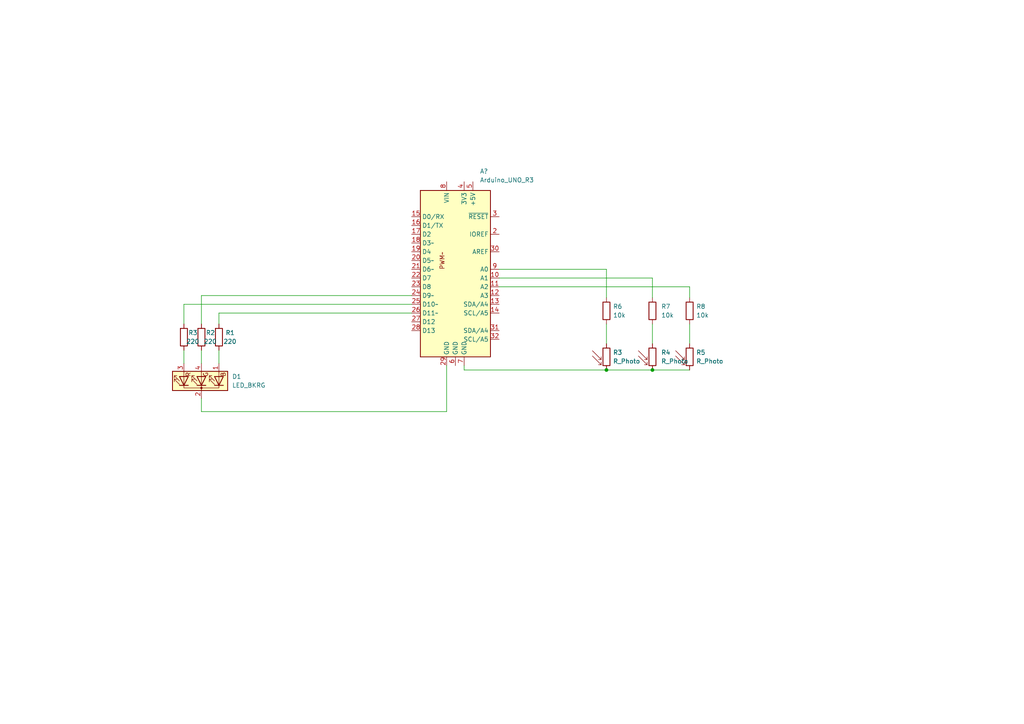
<source format=kicad_sch>
(kicad_sch (version 20211123) (generator eeschema)
  (paper "A4")
  (lib_symbols
    (symbol "Arduino:Arduino_UNO_R3"
      (property "Reference" "A" (at -10.16 23.495 0))
      (property "Value" "Arduino_UNO_R3" (at 5.08 -26.67 0))
      (symbol "Arduino_UNO_R3_0_0"
        (text "PWM~" (at -3.81 2.54 900) (effects (font (size 1.27 1.27))))
      )
      (symbol "Arduino_UNO_R3_0_1"
        (rectangle (start -10.16 22.86) (end 10.16 -25.4) (stroke (width 0.254)) (fill (type background)))
      )
      (symbol "Arduino_UNO_R3_1_1"
        (pin no_connect line (at -10.16 -20.32 0) (length 2.54) hide (name "NC") (number "1"))
        (pin bidirectional line (at 12.7 -2.54 180) (length 2.54) (name "A1") (number "10"))
        (pin bidirectional line (at 12.7 -5.08 180) (length 2.54) (name "A2") (number "11"))
        (pin bidirectional line (at 12.7 -7.62 180) (length 2.54) (name "A3") (number "12"))
        (pin bidirectional line (at 12.7 -10.16 180) (length 2.54) (name "SDA/A4") (number "13"))
        (pin bidirectional line (at 12.7 -12.7 180) (length 2.54) (name "SCL/A5") (number "14"))
        (pin bidirectional line (at -12.7 15.24 0) (length 2.54) (name "D0/RX") (number "15"))
        (pin bidirectional line (at -12.7 12.7 0) (length 2.54) (name "D1/TX") (number "16"))
        (pin bidirectional line (at -12.7 10.16 0) (length 2.54) (name "D2") (number "17"))
        (pin bidirectional line (at -12.7 7.62 0) (length 2.54) (name "D3~") (number "18"))
        (pin bidirectional line (at -12.7 5.08 0) (length 2.54) (name "D4") (number "19"))
        (pin output line (at 12.7 10.16 180) (length 2.54) (name "IOREF") (number "2"))
        (pin bidirectional line (at -12.7 2.54 0) (length 2.54) (name "D5~") (number "20"))
        (pin bidirectional line (at -12.7 0 0) (length 2.54) (name "D6~") (number "21"))
        (pin bidirectional line (at -12.7 -2.54 0) (length 2.54) (name "D7") (number "22"))
        (pin bidirectional line (at -12.7 -5.08 0) (length 2.54) (name "D8") (number "23"))
        (pin bidirectional line (at -12.7 -7.62 0) (length 2.54) (name "D9~") (number "24"))
        (pin bidirectional line (at -12.7 -10.16 0) (length 2.54) (name "D10~") (number "25"))
        (pin bidirectional line (at -12.7 -12.7 0) (length 2.54) (name "D11~") (number "26"))
        (pin bidirectional line (at -12.7 -15.24 0) (length 2.54) (name "D12") (number "27"))
        (pin bidirectional line (at -12.7 -17.78 0) (length 2.54) (name "D13") (number "28"))
        (pin power_in line (at -2.54 -27.94 90) (length 2.54) (name "GND") (number "29"))
        (pin input line (at 12.7 15.24 180) (length 2.54) (name "~{RESET}") (number "3"))
        (pin input line (at 12.7 5.08 180) (length 2.54) (name "AREF") (number "30"))
        (pin bidirectional line (at 12.7 -17.78 180) (length 2.54) (name "SDA/A4") (number "31"))
        (pin bidirectional line (at 12.7 -20.32 180) (length 2.54) (name "SCL/A5") (number "32"))
        (pin power_out line (at 2.54 25.4 270) (length 2.54) (name "3V3") (number "4"))
        (pin power_out line (at 5.08 25.4 270) (length 2.54) (name "+5V") (number "5"))
        (pin power_in line (at 0 -27.94 90) (length 2.54) (name "GND") (number "6"))
        (pin power_in line (at 2.54 -27.94 90) (length 2.54) (name "GND") (number "7"))
        (pin power_in line (at -2.54 25.4 270) (length 2.54) (name "VIN") (number "8"))
        (pin bidirectional line (at 12.7 0 180) (length 2.54) (name "A0") (number "9"))
      )
    )
    (symbol "Device:LED_BKRG" (pin_names (offset 0) hide)
      (property "Reference" "D" (at 0 9.398 0))
      (property "Value" "LED_BKRG" (at 0 -8.89 0))
      (symbol "LED_BKRG_0_0"
        (text "B" (at 1.905 -6.35 0) (effects (font (size 1.27 1.27))))
        (text "G" (at 1.905 -1.27 0) (effects (font (size 1.27 1.27))))
        (text "R" (at 1.905 3.81 0) (effects (font (size 1.27 1.27))))
      )
      (symbol "LED_BKRG_0_1"
        (circle (center -2.032 0) (radius 0.254) (fill (type outline)))
        (polyline (pts (xy -1.27 -5.08) (xy 1.27 -5.08)))
        (polyline (pts (xy -1.27 -3.81) (xy -1.27 -6.35)) (stroke (width 0.254)))
        (polyline (pts (xy -1.27 0) (xy -2.54 0)))
        (polyline (pts (xy -1.27 1.27) (xy -1.27 -1.27)) (stroke (width 0.254)))
        (polyline (pts (xy -1.27 5.08) (xy 1.27 5.08)))
        (polyline (pts (xy -1.27 6.35) (xy -1.27 3.81)) (stroke (width 0.254)))
        (polyline (pts (xy 1.27 -5.08) (xy 2.54 -5.08)))
        (polyline (pts (xy 1.27 0) (xy -1.27 0)))
        (polyline (pts (xy 1.27 0) (xy 2.54 0)))
        (polyline (pts (xy 1.27 5.08) (xy 2.54 5.08)))
        (polyline (pts (xy -1.27 1.27) (xy -1.27 -1.27) (xy -1.27 -1.27)))
        (polyline (pts (xy -1.27 6.35) (xy -1.27 3.81) (xy -1.27 3.81)))
        (polyline (pts (xy -1.27 5.08) (xy -2.032 5.08) (xy -2.032 -5.08) (xy -1.016 -5.08)))
        (polyline (pts (xy 1.27 -3.81) (xy 1.27 -6.35) (xy -1.27 -5.08) (xy 1.27 -3.81)) (stroke (width 0.254)))
        (polyline (pts (xy 1.27 1.27) (xy 1.27 -1.27) (xy -1.27 0) (xy 1.27 1.27)) (stroke (width 0.254)))
        (polyline (pts (xy 1.27 6.35) (xy 1.27 3.81) (xy -1.27 5.08) (xy 1.27 6.35)) (stroke (width 0.254)))
        (polyline (pts (xy -1.016 -3.81) (xy 0.508 -2.286) (xy -0.254 -2.286) (xy 0.508 -2.286) (xy 0.508 -3.048)))
        (polyline (pts (xy -1.016 1.27) (xy 0.508 2.794) (xy -0.254 2.794) (xy 0.508 2.794) (xy 0.508 2.032)))
        (polyline (pts (xy -1.016 6.35) (xy 0.508 7.874) (xy -0.254 7.874) (xy 0.508 7.874) (xy 0.508 7.112)))
        (polyline (pts (xy 0 -3.81) (xy 1.524 -2.286) (xy 0.762 -2.286) (xy 1.524 -2.286) (xy 1.524 -3.048)))
        (polyline (pts (xy 0 1.27) (xy 1.524 2.794) (xy 0.762 2.794) (xy 1.524 2.794) (xy 1.524 2.032)))
        (polyline (pts (xy 0 6.35) (xy 1.524 7.874) (xy 0.762 7.874) (xy 1.524 7.874) (xy 1.524 7.112)))
        (rectangle (start 1.27 -1.27) (end 1.27 1.27))
        (rectangle (start 1.27 1.27) (end 1.27 1.27))
        (rectangle (start 1.27 3.81) (end 1.27 6.35))
        (rectangle (start 1.27 6.35) (end 1.27 6.35))
        (rectangle (start 2.794 8.382) (end -2.794 -7.62) (stroke (width 0.254)) (fill (type background)))
      )
      (symbol "LED_BKRG_1_1"
        (pin passive line (at 5.08 -5.08 180) (length 2.54) (name "BA") (number "1"))
        (pin passive line (at -5.08 0 0) (length 2.54) (name "K") (number "2"))
        (pin passive line (at 5.08 5.08 180) (length 2.54) (name "RA") (number "3"))
        (pin passive line (at 5.08 0 180) (length 2.54) (name "GA") (number "4"))
      )
    )
    (symbol "Device:R" (pin_numbers hide) (pin_names (offset 0))
      (property "Reference" "R" (at 2.032 0 90))
      (property "Value" "R" (at 0 0 90))
      (symbol "R_0_1"
        (rectangle (start -1.016 -2.54) (end 1.016 2.54) (stroke (width 0.254)))
      )
      (symbol "R_1_1"
        (pin passive line (at 0 3.81 270) (length 1.27) (name "~") (number "1"))
        (pin passive line (at 0 -3.81 90) (length 1.27) (name "~") (number "2"))
      )
    )
    (symbol "Device:R_Photo" (pin_numbers hide) (pin_names (offset 0))
      (property "Reference" "R" (at 1.27 1.27 0))
      (property "Value" "R_Photo" (at 1.27 0 0))
      (symbol "R_Photo_0_1"
        (rectangle (start -1.016 2.54) (end 1.016 -2.54) (stroke (width 0.254)))
        (polyline (pts (xy -1.524 -2.286) (xy -4.064 0.254)))
        (polyline (pts (xy -1.524 -2.286) (xy -2.286 -2.286)))
        (polyline (pts (xy -1.524 -2.286) (xy -1.524 -1.524)))
        (polyline (pts (xy -1.524 -0.762) (xy -4.064 1.778)))
        (polyline (pts (xy -1.524 -0.762) (xy -2.286 -0.762)))
        (polyline (pts (xy -1.524 -0.762) (xy -1.524 0)))
      )
      (symbol "R_Photo_1_1"
        (pin passive line (at 0 3.81 270) (length 1.27) (name "~") (number "1"))
        (pin passive line (at 0 -3.81 90) (length 1.27) (name "~") (number "2"))
      )
    )
  )
  (junction (at 175.895 107.315))
  (junction (at 189.23 107.315))
  (wire (pts (xy 175.895 107.315) (xy 134.62 107.315)))
  (wire (pts (xy 58.42 115.57) (xy 58.42 119.38)))
  (wire (pts (xy 129.54 119.38) (xy 129.54 106.045)))
  (wire (pts (xy 119.38 88.265) (xy 53.34 88.265)))
  (wire (pts (xy 175.895 78.105) (xy 175.895 86.36)))
  (wire (pts (xy 63.5 101.6) (xy 63.5 105.41)))
  (wire (pts (xy 144.78 83.185) (xy 200.025 83.185)))
  (wire (pts (xy 175.895 93.98) (xy 175.895 99.695)))
  (wire (pts (xy 58.42 119.38) (xy 129.54 119.38)))
  (wire (pts (xy 200.025 83.185) (xy 200.025 86.36)))
  (wire (pts (xy 53.34 101.6) (xy 53.34 105.41)))
  (wire (pts (xy 58.42 85.725) (xy 58.42 93.98)))
  (wire (pts (xy 200.025 93.98) (xy 200.025 99.695)))
  (wire (pts (xy 58.42 101.6) (xy 58.42 105.41)))
  (wire (pts (xy 119.38 85.725) (xy 58.42 85.725)))
  (wire (pts (xy 189.23 93.98) (xy 189.23 99.695)))
  (wire (pts (xy 119.38 90.805) (xy 63.5 90.805)))
  (wire (pts (xy 134.62 107.315) (xy 134.62 106.045)))
  (wire (pts (xy 189.23 80.645) (xy 189.23 86.36)))
  (wire (pts (xy 189.23 107.315) (xy 175.895 107.315)))
  (wire (pts (xy 63.5 90.805) (xy 63.5 93.98)))
  (wire (pts (xy 53.34 88.265) (xy 53.34 93.98)))
  (wire (pts (xy 200.025 107.315) (xy 189.23 107.315)))
  (wire (pts (xy 144.78 80.645) (xy 189.23 80.645)))
  (wire (pts (xy 144.78 78.105) (xy 175.895 78.105)))
  (symbol (lib_id "Device:R") (at 175.895 90.17 0) (unit 1)
    (property "Reference" "R6" (at 177.8 88.8999 0) (effects (justify left)))
    (property "Value" "10k" (at 177.8 91.4399 0) (effects (justify left)))
  )
  (symbol (lib_id "Device:R") (at 63.5 97.79 0) (unit 1)
    (property "Reference" "R1" (at 65.405 96.52 0) (effects (justify left)))
    (property "Value" "220" (at 64.77 99.06 0) (effects (justify left)))
  )
  (symbol (lib_id "Device:R_Photo") (at 200.025 103.505 0) (unit 1)
    (property "Reference" "R5" (at 201.93 102.2349 0) (effects (justify left)))
    (property "Value" "R_Photo" (at 201.93 104.7749 0) (effects (justify left)))
  )
  (symbol (lib_id "Device:R") (at 53.34 97.79 0) (unit 1)
    (property "Reference" "R3" (at 54.61 96.52 0) (effects (justify left)))
    (property "Value" "220" (at 53.975 99.06 0) (effects (justify left)))
  )
  (symbol (lib_id "Device:R") (at 189.23 90.17 0) (unit 1)
    (property "Reference" "R7" (at 191.77 88.8999 0) (effects (justify left)))
    (property "Value" "10k" (at 191.77 91.4399 0) (effects (justify left)))
  )
  (symbol (lib_id "Device:R") (at 200.025 90.17 0) (unit 1)
    (property "Reference" "R8" (at 201.93 88.8999 0) (effects (justify left)))
    (property "Value" "10k" (at 201.93 91.4399 0) (effects (justify left)))
  )
  (symbol (lib_id "Device:R_Photo") (at 189.23 103.505 0) (unit 1)
    (property "Reference" "R4" (at 191.77 102.2349 0) (effects (justify left)))
    (property "Value" "R_Photo" (at 191.77 104.7749 0) (effects (justify left)))
  )
  (symbol (lib_id "Device:LED_BKRG") (at 58.42 110.49 90) (unit 1)
    (property "Reference" "D1" (at 67.31 109.2199 90) (effects (justify right)))
    (property "Value" "LED_BKRG" (at 67.31 111.7599 90) (effects (justify right)))
  )
  (symbol (lib_id "Device:R") (at 58.42 97.79 0) (unit 1)
    (property "Reference" "R2" (at 59.69 96.52 0) (effects (justify left)))
    (property "Value" "220" (at 59.055 99.06 0) (effects (justify left)))
  )
  (symbol (lib_id "Device:R_Photo") (at 175.895 103.505 0) (unit 1)
    (property "Reference" "R3" (at 177.8 102.2349 0) (effects (justify left)))
    (property "Value" "R_Photo" (at 177.8 104.7749 0) (effects (justify left)))
  )
  (symbol (lib_id "Arduino:Arduino_UNO_R3") (at 132.08 78.105 0) (unit 1)
    (property "Reference" "A?" (at 139.1794 49.6824 0) (effects (justify left)))
    (property "Value" "Arduino_UNO_R3" (at 139.1794 52.2224 0) (effects (justify left)))
    (property "Footprint" "Module:Arduino_UNO_R3" (effects hide))
    (property "Datasheet" "https://www.arduino.cc/en/Main/arduinoBoardUno" (effects hide))
  )
)
</source>
